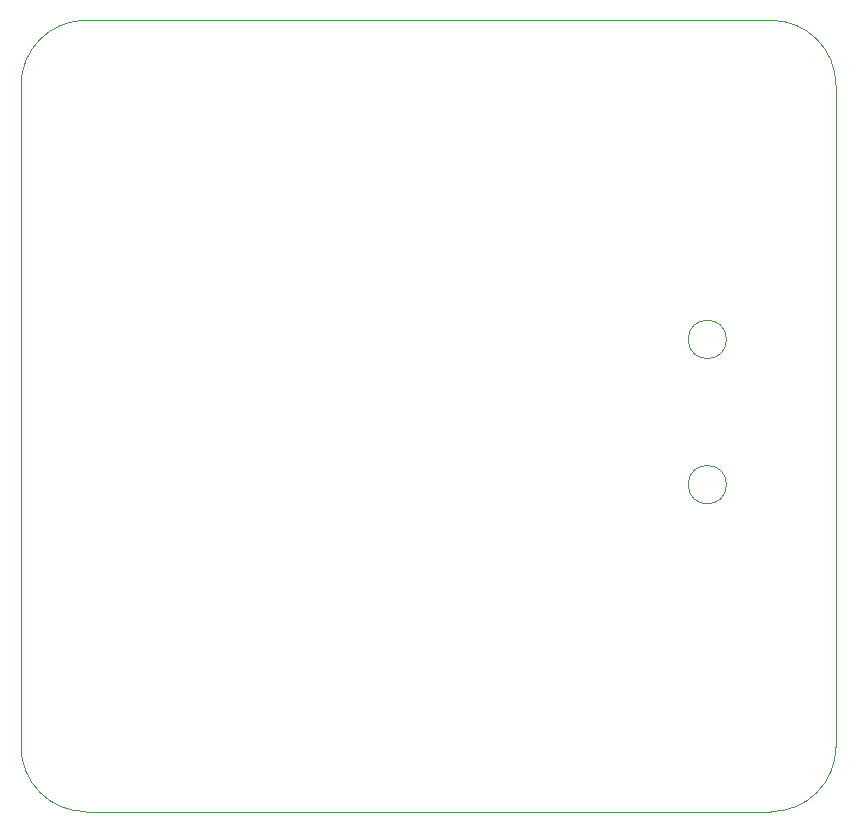
<source format=gbr>
%TF.GenerationSoftware,KiCad,Pcbnew,8.0.2-1*%
%TF.CreationDate,2025-01-08T22:21:28-08:00*%
%TF.ProjectId,rocket2-load-cell,726f636b-6574-4322-9d6c-6f61642d6365,rev?*%
%TF.SameCoordinates,Original*%
%TF.FileFunction,Profile,NP*%
%FSLAX46Y46*%
G04 Gerber Fmt 4.6, Leading zero omitted, Abs format (unit mm)*
G04 Created by KiCad (PCBNEW 8.0.2-1) date 2025-01-08 22:21:28*
%MOMM*%
%LPD*%
G01*
G04 APERTURE LIST*
%TA.AperFunction,Profile*%
%ADD10C,0.100000*%
%TD*%
G04 APERTURE END LIST*
D10*
X184000000Y-82000000D02*
X126000000Y-82000000D01*
X120500000Y-87500000D02*
X120500000Y-143500000D01*
X189500000Y-87500000D02*
X189500000Y-143500000D01*
X184000000Y-82000000D02*
G75*
G02*
X189500000Y-87500000I0J-5500000D01*
G01*
X189500000Y-143500000D02*
G75*
G02*
X184000000Y-149000000I-5500000J0D01*
G01*
X126000000Y-149000000D02*
X184000000Y-149000000D01*
X120500000Y-87500000D02*
G75*
G02*
X126000000Y-82000000I5500000J0D01*
G01*
X126000000Y-149000000D02*
G75*
G02*
X120500000Y-143500000I0J5500000D01*
G01*
%TO.C,U5*%
X180235000Y-121320000D02*
G75*
G02*
X176985000Y-121320000I-1625000J0D01*
G01*
X176985000Y-121320000D02*
G75*
G02*
X180235000Y-121320000I1625000J0D01*
G01*
X180235000Y-109020000D02*
G75*
G02*
X176985000Y-109020000I-1625000J0D01*
G01*
X176985000Y-109020000D02*
G75*
G02*
X180235000Y-109020000I1625000J0D01*
G01*
%TD*%
M02*

</source>
